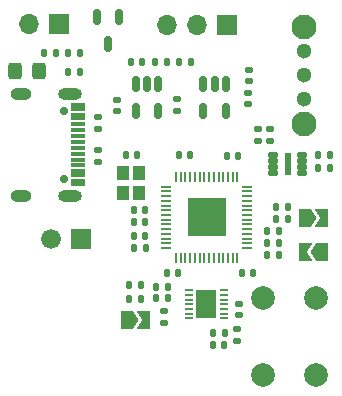
<source format=gbr>
%TF.GenerationSoftware,KiCad,Pcbnew,7.0.9*%
%TF.CreationDate,2024-09-29T22:30:58+03:00*%
%TF.ProjectId,LED-HeadBand,4c45442d-4865-4616-9442-616e642e6b69,rev?*%
%TF.SameCoordinates,Original*%
%TF.FileFunction,Soldermask,Top*%
%TF.FilePolarity,Negative*%
%FSLAX46Y46*%
G04 Gerber Fmt 4.6, Leading zero omitted, Abs format (unit mm)*
G04 Created by KiCad (PCBNEW 7.0.9) date 2024-09-29 22:30:58*
%MOMM*%
%LPD*%
G01*
G04 APERTURE LIST*
G04 Aperture macros list*
%AMRoundRect*
0 Rectangle with rounded corners*
0 $1 Rounding radius*
0 $2 $3 $4 $5 $6 $7 $8 $9 X,Y pos of 4 corners*
0 Add a 4 corners polygon primitive as box body*
4,1,4,$2,$3,$4,$5,$6,$7,$8,$9,$2,$3,0*
0 Add four circle primitives for the rounded corners*
1,1,$1+$1,$2,$3*
1,1,$1+$1,$4,$5*
1,1,$1+$1,$6,$7*
1,1,$1+$1,$8,$9*
0 Add four rect primitives between the rounded corners*
20,1,$1+$1,$2,$3,$4,$5,0*
20,1,$1+$1,$4,$5,$6,$7,0*
20,1,$1+$1,$6,$7,$8,$9,0*
20,1,$1+$1,$8,$9,$2,$3,0*%
%AMFreePoly0*
4,1,6,1.000000,0.000000,0.500000,-0.750000,-0.500000,-0.750000,-0.500000,0.750000,0.500000,0.750000,1.000000,0.000000,1.000000,0.000000,$1*%
%AMFreePoly1*
4,1,6,0.500000,-0.750000,-0.650000,-0.750000,-0.150000,0.000000,-0.650000,0.750000,0.500000,0.750000,0.500000,-0.750000,0.500000,-0.750000,$1*%
G04 Aperture macros list end*
%ADD10C,2.000000*%
%ADD11RoundRect,0.140000X0.140000X0.170000X-0.140000X0.170000X-0.140000X-0.170000X0.140000X-0.170000X0*%
%ADD12RoundRect,0.135000X-0.135000X-0.185000X0.135000X-0.185000X0.135000X0.185000X-0.135000X0.185000X0*%
%ADD13RoundRect,0.135000X0.185000X-0.135000X0.185000X0.135000X-0.185000X0.135000X-0.185000X-0.135000X0*%
%ADD14RoundRect,0.140000X-0.170000X0.140000X-0.170000X-0.140000X0.170000X-0.140000X0.170000X0.140000X0*%
%ADD15RoundRect,0.135000X-0.185000X0.135000X-0.185000X-0.135000X0.185000X-0.135000X0.185000X0.135000X0*%
%ADD16RoundRect,0.140000X-0.140000X-0.170000X0.140000X-0.170000X0.140000X0.170000X-0.140000X0.170000X0*%
%ADD17RoundRect,0.150000X-0.150000X0.512500X-0.150000X-0.512500X0.150000X-0.512500X0.150000X0.512500X0*%
%ADD18RoundRect,0.135000X0.135000X0.185000X-0.135000X0.185000X-0.135000X-0.185000X0.135000X-0.185000X0*%
%ADD19R,1.700000X1.700000*%
%ADD20O,1.700000X1.700000*%
%ADD21RoundRect,0.050000X-0.050000X0.387500X-0.050000X-0.387500X0.050000X-0.387500X0.050000X0.387500X0*%
%ADD22RoundRect,0.050000X-0.387500X0.050000X-0.387500X-0.050000X0.387500X-0.050000X0.387500X0.050000X0*%
%ADD23R,3.200000X3.200000*%
%ADD24C,2.100000*%
%ADD25C,1.300000*%
%ADD26R,1.000000X1.150000*%
%ADD27R,0.700000X0.250000*%
%ADD28R,1.780000X2.350000*%
%ADD29RoundRect,0.140000X0.170000X-0.140000X0.170000X0.140000X-0.170000X0.140000X-0.170000X-0.140000X0*%
%ADD30FreePoly0,0.000000*%
%ADD31FreePoly1,0.000000*%
%ADD32RoundRect,0.250000X0.325000X0.450000X-0.325000X0.450000X-0.325000X-0.450000X0.325000X-0.450000X0*%
%ADD33RoundRect,0.102000X-0.300000X-0.150000X0.300000X-0.150000X0.300000X0.150000X-0.300000X0.150000X0*%
%ADD34RoundRect,0.102000X-0.150000X-0.850000X0.150000X-0.850000X0.150000X0.850000X-0.150000X0.850000X0*%
%ADD35C,0.700025*%
%ADD36O,2.000000X1.000000*%
%ADD37O,1.800000X1.000000*%
%ADD38R,1.300000X0.300000*%
%ADD39FreePoly0,180.000000*%
%ADD40FreePoly1,180.000000*%
%ADD41R,1.676403X1.676403*%
%ADD42C,1.676403*%
G04 APERTURE END LIST*
D10*
%TO.C,SW1*%
X145832000Y-57098000D03*
X145832000Y-50598000D03*
X150332000Y-57098000D03*
X150332000Y-50598000D03*
%TD*%
D11*
%TO.C,C23*%
X142565000Y-54610000D03*
X141605000Y-54610000D03*
%TD*%
D12*
%TO.C,R13*%
X127252000Y-29845000D03*
X128272000Y-29845000D03*
%TD*%
%TO.C,R14*%
X129284000Y-29845000D03*
X130304000Y-29845000D03*
%TD*%
D13*
%TO.C,R15*%
X143637000Y-54231000D03*
X143637000Y-53211000D03*
%TD*%
D14*
%TO.C,C20*%
X144610000Y-31262000D03*
X144610000Y-32222000D03*
%TD*%
D15*
%TO.C,R10*%
X145415000Y-36320000D03*
X145415000Y-37340000D03*
%TD*%
%TO.C,R9*%
X146431000Y-36320000D03*
X146431000Y-37340000D03*
%TD*%
D13*
%TO.C,R3*%
X137414000Y-52707000D03*
X137414000Y-51687000D03*
%TD*%
D11*
%TO.C,C12*%
X151483000Y-38481000D03*
X150523000Y-38481000D03*
%TD*%
D16*
%TO.C,C7*%
X134889400Y-45339000D03*
X135849400Y-45339000D03*
%TD*%
D17*
%TO.C,Q1*%
X133639600Y-26782600D03*
X131739600Y-26782600D03*
X132689600Y-29057600D03*
%TD*%
D16*
%TO.C,C4*%
X137696000Y-48514000D03*
X138656000Y-48514000D03*
%TD*%
D18*
%TO.C,R11*%
X139702000Y-30607000D03*
X138682000Y-30607000D03*
%TD*%
D13*
%TO.C,R6*%
X131826000Y-36324000D03*
X131826000Y-35304000D03*
%TD*%
D19*
%TO.C,J2*%
X142748000Y-27490000D03*
D20*
X140208000Y-27490000D03*
X137668000Y-27490000D03*
%TD*%
D21*
%TO.C,U2*%
X143659000Y-40339500D03*
X143259000Y-40339500D03*
X142859000Y-40339500D03*
X142459000Y-40339500D03*
X142059000Y-40339500D03*
X141659000Y-40339500D03*
X141259000Y-40339500D03*
X140859000Y-40339500D03*
X140459000Y-40339500D03*
X140059000Y-40339500D03*
X139659000Y-40339500D03*
X139259000Y-40339500D03*
X138859000Y-40339500D03*
X138459000Y-40339500D03*
D22*
X137621500Y-41177000D03*
X137621500Y-41577000D03*
X137621500Y-41977000D03*
X137621500Y-42377000D03*
X137621500Y-42777000D03*
X137621500Y-43177000D03*
X137621500Y-43577000D03*
X137621500Y-43977000D03*
X137621500Y-44377000D03*
X137621500Y-44777000D03*
X137621500Y-45177000D03*
X137621500Y-45577000D03*
X137621500Y-45977000D03*
X137621500Y-46377000D03*
D21*
X138459000Y-47214500D03*
X138859000Y-47214500D03*
X139259000Y-47214500D03*
X139659000Y-47214500D03*
X140059000Y-47214500D03*
X140459000Y-47214500D03*
X140859000Y-47214500D03*
X141259000Y-47214500D03*
X141659000Y-47214500D03*
X142059000Y-47214500D03*
X142459000Y-47214500D03*
X142859000Y-47214500D03*
X143259000Y-47214500D03*
X143659000Y-47214500D03*
D22*
X144496500Y-46377000D03*
X144496500Y-45977000D03*
X144496500Y-45577000D03*
X144496500Y-45177000D03*
X144496500Y-44777000D03*
X144496500Y-44377000D03*
X144496500Y-43977000D03*
X144496500Y-43577000D03*
X144496500Y-43177000D03*
X144496500Y-42777000D03*
X144496500Y-42377000D03*
X144496500Y-41977000D03*
X144496500Y-41577000D03*
X144496500Y-41177000D03*
D23*
X141059000Y-43777000D03*
%TD*%
D13*
%TO.C,R4*%
X138557000Y-34800000D03*
X138557000Y-33780000D03*
%TD*%
D24*
%TO.C,SW2*%
X149280000Y-35830000D03*
X149280000Y-27630000D03*
D25*
X149280000Y-33730000D03*
X149280000Y-31730000D03*
X149280000Y-29730000D03*
%TD*%
D11*
%TO.C,C6*%
X147152400Y-44945400D03*
X146192400Y-44945400D03*
%TD*%
D26*
%TO.C,Y1*%
X135367400Y-41744400D03*
X135367400Y-39994400D03*
X133967400Y-39994400D03*
X133967400Y-41744400D03*
%TD*%
D17*
%TO.C,U4*%
X142682000Y-32517500D03*
X141732000Y-32517500D03*
X140782000Y-32517500D03*
X140782000Y-34792500D03*
X142682000Y-34792500D03*
%TD*%
D11*
%TO.C,C8*%
X147927000Y-42926000D03*
X146967000Y-42926000D03*
%TD*%
D12*
%TO.C,R8*%
X134872000Y-46355000D03*
X135892000Y-46355000D03*
%TD*%
D19*
%TO.C,BT1*%
X128579800Y-27381200D03*
D20*
X126039800Y-27381200D03*
%TD*%
D16*
%TO.C,C1*%
X142776000Y-38608000D03*
X143736000Y-38608000D03*
%TD*%
D27*
%TO.C,U1*%
X142508000Y-52333500D03*
X142508000Y-51933500D03*
X142508000Y-51533500D03*
X142508000Y-51133500D03*
X142508000Y-50733500D03*
X142508000Y-50333500D03*
X142508000Y-49933500D03*
X139558000Y-49933500D03*
X139558000Y-50333500D03*
X139558000Y-50733500D03*
X139558000Y-51133500D03*
X139558000Y-51533500D03*
X139558000Y-51933500D03*
X139558000Y-52333500D03*
D28*
X141033000Y-51133500D03*
%TD*%
D29*
%TO.C,C22*%
X133477000Y-34770000D03*
X133477000Y-33810000D03*
%TD*%
D30*
%TO.C,JP1*%
X134276000Y-52451000D03*
D31*
X135726000Y-52451000D03*
%TD*%
D32*
%TO.C,D1*%
X126873000Y-31369000D03*
X124823000Y-31369000D03*
%TD*%
D16*
%TO.C,C14*%
X134889400Y-43167400D03*
X135849400Y-43167400D03*
%TD*%
D18*
%TO.C,R12*%
X137690000Y-30607000D03*
X136670000Y-30607000D03*
%TD*%
D33*
%TO.C,U3*%
X146668500Y-38497000D03*
X146668500Y-38997000D03*
X146668500Y-39497000D03*
X146668500Y-39997000D03*
X149168500Y-39997000D03*
X149168500Y-39497000D03*
X149168500Y-38997000D03*
X149168500Y-38497000D03*
D34*
X147918500Y-39247000D03*
%TD*%
D11*
%TO.C,C11*%
X151483000Y-39624000D03*
X150523000Y-39624000D03*
%TD*%
D16*
%TO.C,C17*%
X136807000Y-50641000D03*
X137767000Y-50641000D03*
%TD*%
D12*
%TO.C,R2*%
X134491000Y-50673000D03*
X135511000Y-50673000D03*
%TD*%
D16*
%TO.C,C19*%
X136807000Y-49657000D03*
X137767000Y-49657000D03*
%TD*%
D14*
%TO.C,C16*%
X143764000Y-51082000D03*
X143764000Y-52042000D03*
%TD*%
D29*
%TO.C,C18*%
X144582000Y-34215000D03*
X144582000Y-33255000D03*
%TD*%
D11*
%TO.C,C10*%
X147152400Y-45961400D03*
X146192400Y-45961400D03*
%TD*%
D18*
%TO.C,R5*%
X130354800Y-31496000D03*
X129334800Y-31496000D03*
%TD*%
D30*
%TO.C,JP2*%
X149376400Y-43802400D03*
D31*
X150826400Y-43802400D03*
%TD*%
D18*
%TO.C,R1*%
X135511000Y-49530000D03*
X134491000Y-49530000D03*
%TD*%
D11*
%TO.C,C24*%
X147152400Y-46977400D03*
X146192400Y-46977400D03*
%TD*%
D35*
%TO.C,U6*%
X128975975Y-34739982D03*
X128975975Y-40520018D03*
D36*
X129506075Y-33309959D03*
X129506075Y-41950041D03*
D37*
X125325988Y-33309959D03*
X125325988Y-41950041D03*
D38*
X130156062Y-34279987D03*
X130156062Y-35080089D03*
X130156062Y-36380064D03*
X130156062Y-37380064D03*
X130156062Y-37879936D03*
X130156062Y-38879682D03*
X130155808Y-40180165D03*
X130156062Y-40980013D03*
X130156062Y-40680038D03*
X130155808Y-39879936D03*
X130156062Y-39380064D03*
X130156062Y-38380064D03*
X130156062Y-36879936D03*
X130156062Y-35879936D03*
X130156062Y-35380064D03*
X130156062Y-34579962D03*
%TD*%
D16*
%TO.C,C15*%
X141633000Y-53594000D03*
X142593000Y-53594000D03*
%TD*%
D39*
%TO.C,JP3*%
X150802000Y-46736000D03*
D40*
X149352000Y-46736000D03*
%TD*%
D41*
%TO.C,U7*%
X130429003Y-45618396D03*
D42*
X127888997Y-45618396D03*
%TD*%
D13*
%TO.C,R7*%
X131826000Y-39118000D03*
X131826000Y-38098000D03*
%TD*%
D11*
%TO.C,C13*%
X135187400Y-38468400D03*
X134227400Y-38468400D03*
%TD*%
%TO.C,C9*%
X147927000Y-43929400D03*
X146967000Y-43929400D03*
%TD*%
D16*
%TO.C,C2*%
X138712000Y-38481000D03*
X139672000Y-38481000D03*
%TD*%
D17*
%TO.C,U5*%
X136967000Y-32517500D03*
X136017000Y-32517500D03*
X135067000Y-32517500D03*
X135067000Y-34792500D03*
X136967000Y-34792500D03*
%TD*%
D11*
%TO.C,C21*%
X135608000Y-30607000D03*
X134648000Y-30607000D03*
%TD*%
%TO.C,C5*%
X145006000Y-48514000D03*
X144046000Y-48514000D03*
%TD*%
D16*
%TO.C,C3*%
X134889400Y-44183400D03*
X135849400Y-44183400D03*
%TD*%
M02*

</source>
